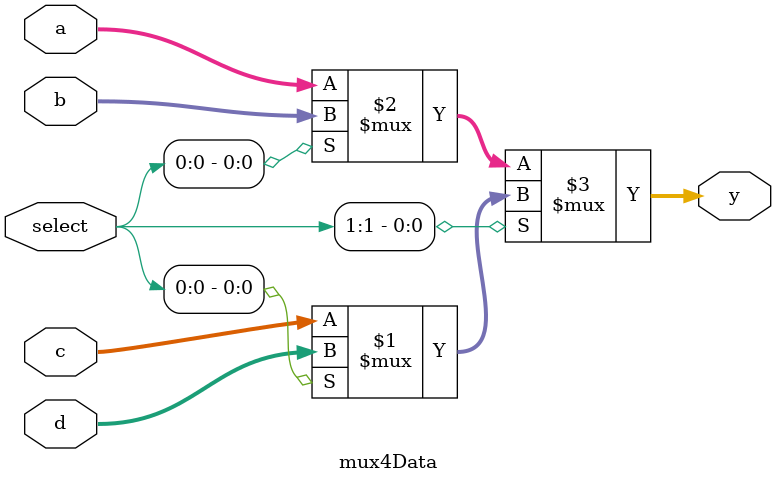
<source format=v>
module mux2Data(

	input select,
	input [31:0] a,b,
	output [31:0] y);
	
	wire [31:0] a_internal, b_internal;


	assign y = (select) ? b : a;

endmodule

module mux2RegD(

	input select,
	input[4:0] a,b,
	output [4:0] y);
	
	assign y = (select) ? b : a;

endmodule

module mux2Logic(
	

	input select,
	input[3:0] a,b,
	output [3:0] y);
	
	assign y = (select) ? b : a;
	
endmodule

module mux4Logic(
	
	
	input [1:0] select,
	input [3:0] a,b,c,d,
	output [3:0] y);
	

	assign y = select[1] ? (select[0] ? d : c) : (select[0] ? b : a);

endmodule

module mux4Data(
	
		
	
	input [1:0] select,
	input [31:0] a,b,c,d,
	output [31:0] y);
	
	assign y = select[1] ? (select[0] ? d : c) : (select[0] ? b : a);
	
endmodule
</source>
